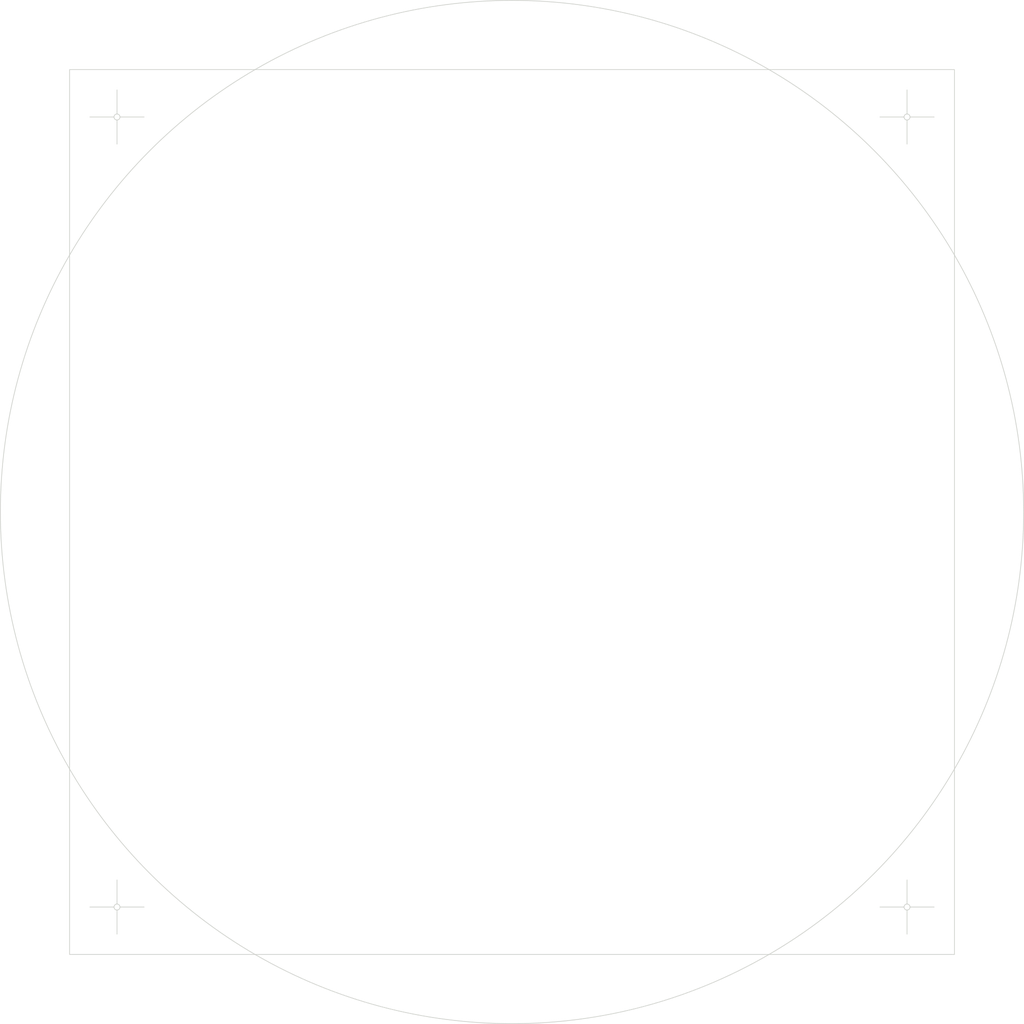
<source format=kicad_pcb>
(kicad_pcb (version 20221018) (generator pcbnew)

  (general
    (thickness 1.6)
  )

  (paper "A4")
  (layers
    (0 "F.Cu" signal)
    (31 "B.Cu" signal)
    (32 "B.Adhes" user "B.Adhesive")
    (33 "F.Adhes" user "F.Adhesive")
    (34 "B.Paste" user)
    (35 "F.Paste" user)
    (36 "B.SilkS" user "B.Silkscreen")
    (37 "F.SilkS" user "F.Silkscreen")
    (38 "B.Mask" user)
    (39 "F.Mask" user)
    (40 "Dwgs.User" user "User.Drawings")
    (41 "Cmts.User" user "User.Comments")
    (42 "Eco1.User" user "User.Eco1")
    (43 "Eco2.User" user "User.Eco2")
    (44 "Edge.Cuts" user)
    (45 "Margin" user)
    (46 "B.CrtYd" user "B.Courtyard")
    (47 "F.CrtYd" user "F.Courtyard")
    (48 "B.Fab" user)
    (49 "F.Fab" user)
    (50 "User.1" user)
    (51 "User.2" user)
    (52 "User.3" user)
    (53 "User.4" user)
    (54 "User.5" user)
    (55 "User.6" user)
    (56 "User.7" user)
    (57 "User.8" user)
    (58 "User.9" user)
  )

  (setup
    (pad_to_mask_clearance 0)
    (pcbplotparams
      (layerselection 0x00010fc_ffffffff)
      (plot_on_all_layers_selection 0x0000000_00000000)
      (disableapertmacros false)
      (usegerberextensions false)
      (usegerberattributes true)
      (usegerberadvancedattributes true)
      (creategerberjobfile true)
      (dashed_line_dash_ratio 12.000000)
      (dashed_line_gap_ratio 3.000000)
      (svgprecision 4)
      (plotframeref false)
      (viasonmask false)
      (mode 1)
      (useauxorigin false)
      (hpglpennumber 1)
      (hpglpenspeed 20)
      (hpglpendiameter 15.000000)
      (dxfpolygonmode true)
      (dxfimperialunits true)
      (dxfusepcbnewfont true)
      (psnegative false)
      (psa4output false)
      (plotreference true)
      (plotvalue true)
      (plotinvisibletext false)
      (sketchpadsonfab false)
      (subtractmaskfromsilk false)
      (outputformat 1)
      (mirror false)
      (drillshape 1)
      (scaleselection 1)
      (outputdirectory "")
    )
  )

  (net 0 "")

  (gr_line (start 152.1 152.5) (end 148.9 152.5)
    (stroke (width 0.1) (type default)) (layer "Edge.Cuts") (tstamp 169c5b5b-8235-4ac0-9237-3b3e3af4359d))
  (gr_line (start 47.5 47.9) (end 47.5 51.1)
    (stroke (width 0.1) (type default)) (layer "Edge.Cuts") (tstamp 2b2ee3f7-a91f-4041-b169-8767cac466b8))
  (gr_line (start 152.5 47.9) (end 152.5 51.1)
    (stroke (width 0.1) (type default)) (layer "Edge.Cuts") (tstamp 2dbf6453-f51f-4dd9-8902-691c2bc4ba56))
  (gr_line (start 47.1 152.5) (end 43.9 152.5)
    (stroke (width 0.1) (type default)) (layer "Edge.Cuts") (tstamp 35123bf6-742e-467d-8566-5a9f184c2015))
  (gr_circle (center 47.5 47.5) (end 47.9 47.5)
    (stroke (width 0.1) (type default)) (fill none) (layer "Edge.Cuts") (tstamp 37df3192-c13f-41d4-90e0-2e0ba91e5e3f))
  (gr_circle (center 152.5 47.5) (end 152.9 47.5)
    (stroke (width 0.1) (type default)) (fill none) (layer "Edge.Cuts") (tstamp 3cba5cfd-b4c2-4a18-a186-46857d97ab86))
  (gr_line (start 47.5 152.1) (end 47.5 148.9)
    (stroke (width 0.1) (type default)) (layer "Edge.Cuts") (tstamp 3e7169bb-8dbf-4c4a-adad-34927b07259a))
  (gr_line (start 47.5 47.1) (end 47.5 43.9)
    (stroke (width 0.1) (type default)) (layer "Edge.Cuts") (tstamp 434c6ea4-a954-464a-94ec-8d0fe24f9772))
  (gr_line (start 152.5 152.9) (end 152.5 156.1)
    (stroke (width 0.1) (type default)) (layer "Edge.Cuts") (tstamp 4bbe4a17-44dc-4ec5-83e8-dd4f5e878eca))
  (gr_line (start 152.1 47.5) (end 148.9 47.5)
    (stroke (width 0.1) (type default)) (layer "Edge.Cuts") (tstamp 539ced8f-4984-4308-8c10-49d94354e8f3))
  (gr_line (start 47.5 152.9) (end 47.5 156.1)
    (stroke (width 0.1) (type default)) (layer "Edge.Cuts") (tstamp 6d300e11-2b8a-4a41-9328-9b0ab0bf542f))
  (gr_rect (start 41.2 41.2) (end 158.8 158.8)
    (stroke (width 0.1) (type default)) (fill none) (layer "Edge.Cuts") (tstamp 737a074d-69ff-49d4-a30a-b386c2f451a6))
  (gr_line (start 152.5 47.1) (end 152.5 43.9)
    (stroke (width 0.1) (type default)) (layer "Edge.Cuts") (tstamp 80ae6c5c-a6aa-4414-84db-ebb9cae766a9))
  (gr_line (start 47.1 47.5) (end 43.9 47.5)
    (stroke (width 0.1) (type default)) (layer "Edge.Cuts") (tstamp 80fcd4cf-932a-4b6a-9592-55170abccecd))
  (gr_circle (center 152.5 152.5) (end 152.9 152.5)
    (stroke (width 0.1) (type default)) (fill none) (layer "Edge.Cuts") (tstamp 8239b6e4-13a2-44ef-ad87-c1340afa5e40))
  (gr_circle (center 100 100) (end 168 100)
    (stroke (width 0.1) (type default)) (fill none) (layer "Edge.Cuts") (tstamp 9466f969-ed6d-4e1b-95a6-af117849eed0))
  (gr_line (start 47.9 152.5) (end 51.1 152.5)
    (stroke (width 0.1) (type default)) (layer "Edge.Cuts") (tstamp 94ab114b-4969-41cf-9bfc-6aa9b1ef0b68))
  (gr_line (start 47.9 47.5) (end 51.1 47.5)
    (stroke (width 0.1) (type default)) (layer "Edge.Cuts") (tstamp 9ff667f7-a770-4443-81c2-ec34dcb61806))
  (gr_circle (center 47.5 152.5) (end 47.9 152.5)
    (stroke (width 0.1) (type default)) (fill none) (layer "Edge.Cuts") (tstamp c80d9659-1cd2-48e3-a60b-4e34df63a47b))
  (gr_line (start 152.9 152.5) (end 156.1 152.5)
    (stroke (width 0.1) (type default)) (layer "Edge.Cuts") (tstamp ca8beb56-04aa-4443-b846-51b532c2da7a))
  (gr_line (start 152.5 152.1) (end 152.5 148.9)
    (stroke (width 0.1) (type default)) (layer "Edge.Cuts") (tstamp e24e0928-68a1-4db7-bbf8-95fd0e6cb499))
  (gr_line (start 152.9 47.5) (end 156.1 47.5)
    (stroke (width 0.1) (type default)) (layer "Edge.Cuts") (tstamp e7a25033-cfe3-4e0d-b2a8-f3b8c06bcc05))

  (group "" (id 0ae104c6-aa5a-4001-8729-50f704df00c1)
    (members
      2dbf6453-f51f-4dd9-8902-691c2bc4ba56
      3cba5cfd-b4c2-4a18-a186-46857d97ab86
      539ced8f-4984-4308-8c10-49d94354e8f3
      80ae6c5c-a6aa-4414-84db-ebb9cae766a9
      e7a25033-cfe3-4e0d-b2a8-f3b8c06bcc05
    )
  )
  (group "" (id 147f97d3-3466-4c1d-aafd-b507f0535fff)
    (members
      35123bf6-742e-467d-8566-5a9f184c2015
      3e7169bb-8dbf-4c4a-adad-34927b07259a
      6d300e11-2b8a-4a41-9328-9b0ab0bf542f
      94ab114b-4969-41cf-9bfc-6aa9b1ef0b68
      c80d9659-1cd2-48e3-a60b-4e34df63a47b
    )
  )
  (group "" (id 245407dd-bccb-4011-ab29-418910e31157)
    (members
      169c5b5b-8235-4ac0-9237-3b3e3af4359d
      4bbe4a17-44dc-4ec5-83e8-dd4f5e878eca
      8239b6e4-13a2-44ef-ad87-c1340afa5e40
      ca8beb56-04aa-4443-b846-51b532c2da7a
      e24e0928-68a1-4db7-bbf8-95fd0e6cb499
    )
  )
  (group "" (id ff616be0-7156-4aea-850b-3d04b21b4546)
    (members
      2b2ee3f7-a91f-4041-b169-8767cac466b8
      37df3192-c13f-41d4-90e0-2e0ba91e5e3f
      434c6ea4-a954-464a-94ec-8d0fe24f9772
      80fcd4cf-932a-4b6a-9592-55170abccecd
      9ff667f7-a770-4443-81c2-ec34dcb61806
    )
  )
)

</source>
